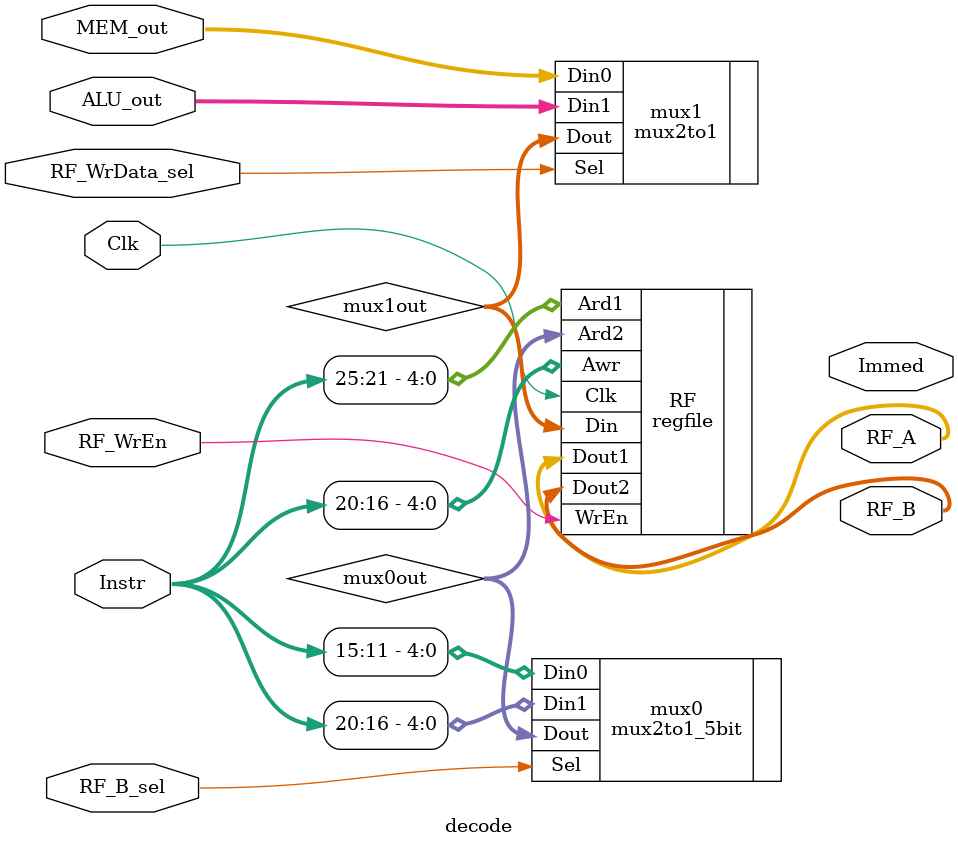
<source format=v>
`timescale 1ns / 1ps
module decode(
    input [31:0] Instr,
    input RF_WrEn,
    input [31:0] ALU_out,
    input [31:0] MEM_out,
    input RF_WrData_sel,
    input RF_B_sel,
    input Clk,
    output [31:0] Immed,
    output [31:0] RF_A,
    output [31:0] RF_B
    );
	 
	 wire [4:0] mux0out;
	 wire [4:0] mux1out; 

	 
		
	mux2to1_5bit mux0 (.Din0(Instr[15:11]), .Din1(Instr[20:16]), .Sel(RF_B_sel), .Dout(mux0out));
	mux2to1 mux1 (.Din0(MEM_out), .Din1(ALU_out), .Sel(RF_WrData_sel), .Dout(mux1out));
	
	regfile RF (.Ard1(Instr[25:21]), .Ard2(mux0out), .Awr(Instr[20:16]), .Din(mux1out), .WrEn(RF_WrEn), .Clk(Clk), .Dout1(RF_A), .Dout2(RF_B)); 

	
	

endmodule
</source>
